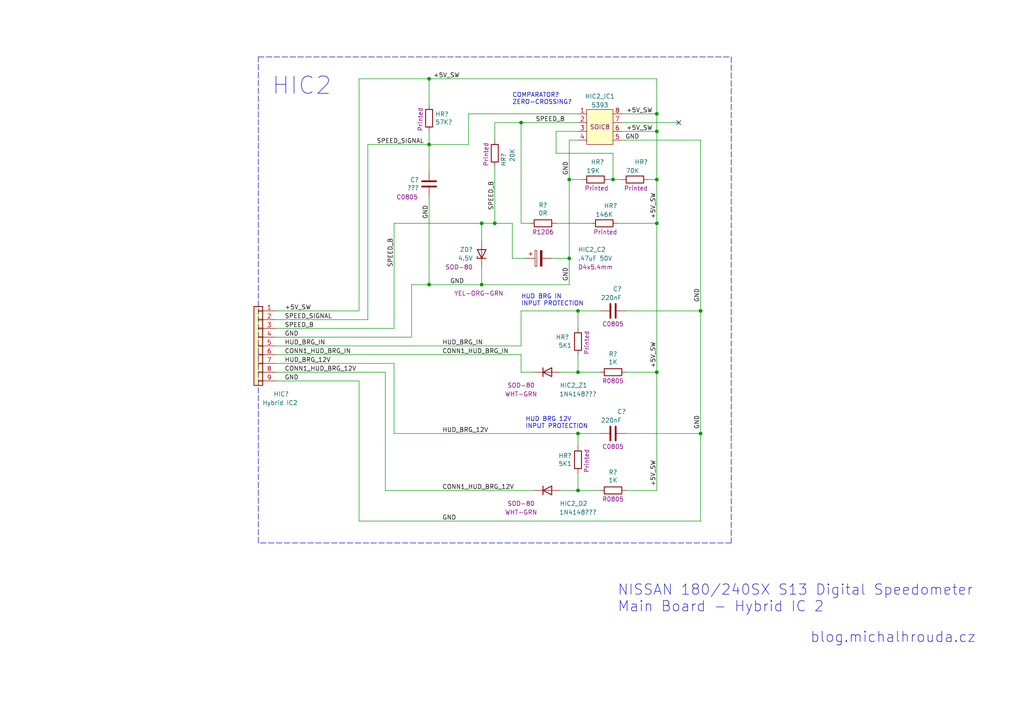
<source format=kicad_sch>
(kicad_sch (version 20250114) (generator "eeschema") (generator_version "9.0")
  (paper "A4")
  (title_block (date "2026-01-31") (rev "REV3"))
  (lib_symbols
    (symbol "200sx-digi-dash-rescue:C_Polarized-Device" (pin_numbers (hide yes)) (pin_names (offset 0.254))
      (property "Reference" "C" (at 0.635 2.54 0))
      (property "Value" "C_Polarized-Device" (at 0.635 -2.54 0))
      (symbol "C_Polarized-Device_0_1"
        (rectangle (start -2.286 0.508) (end 2.286 1.016))
        (polyline (pts (xy -1.778 2.286) (xy -0.762 2.286)))
        (polyline (pts (xy -1.27 2.794) (xy -1.27 1.778)))
        (rectangle (start 2.286 -0.508) (end -2.286 -1.016) (fill (type outline)))
      )
      (symbol "C_Polarized-Device_1_1"
        (pin passive line (at 0 3.81 270) (length 2.794) (name "~") (number "1"))
        (pin passive line (at 0 -3.81 90) (length 2.794) (name "~") (number "2"))
      )
    )
    (symbol "Connector_Generic:Conn_01x09" (pin_names (offset 1.016) (hide yes))
      (property "Reference" "J" (at 0 12.7 0))
      (property "Value" "Conn_01x09" (at 0 -12.7 0))
      (symbol "Conn_01x09_1_1"
        (rectangle (start -1.27 11.43) (end 1.27 -11.43) (stroke (width 0.254)) (fill (type background)))
        (rectangle (start -1.27 10.287) (end 0 10.033) (stroke (width 0.1524)))
        (rectangle (start -1.27 7.747) (end 0 7.493) (stroke (width 0.1524)))
        (rectangle (start -1.27 5.207) (end 0 4.953) (stroke (width 0.1524)))
        (rectangle (start -1.27 2.667) (end 0 2.413) (stroke (width 0.1524)))
        (rectangle (start -1.27 0.127) (end 0 -0.127) (stroke (width 0.1524)))
        (rectangle (start -1.27 -2.413) (end 0 -2.667) (stroke (width 0.1524)))
        (rectangle (start -1.27 -4.953) (end 0 -5.207) (stroke (width 0.1524)))
        (rectangle (start -1.27 -7.493) (end 0 -7.747) (stroke (width 0.1524)))
        (rectangle (start -1.27 -10.033) (end 0 -10.287) (stroke (width 0.1524)))
        (pin passive line (at -5.08 10.16 0) (length 3.81) (name "Pin_1") (number "1"))
        (pin passive line (at -5.08 7.62 0) (length 3.81) (name "Pin_2") (number "2"))
        (pin passive line (at -5.08 5.08 0) (length 3.81) (name "Pin_3") (number "3"))
        (pin passive line (at -5.08 2.54 0) (length 3.81) (name "Pin_4") (number "4"))
        (pin passive line (at -5.08 0 0) (length 3.81) (name "Pin_5") (number "5"))
        (pin passive line (at -5.08 -2.54 0) (length 3.81) (name "Pin_6") (number "6"))
        (pin passive line (at -5.08 -5.08 0) (length 3.81) (name "Pin_7") (number "7"))
        (pin passive line (at -5.08 -7.62 0) (length 3.81) (name "Pin_8") (number "8"))
        (pin passive line (at -5.08 -10.16 0) (length 3.81) (name "Pin_9") (number "9"))
      )
    )
    (symbol "Device:C" (pin_numbers (hide yes)) (pin_names (offset 0.254))
      (property "Reference" "C" (at 0.635 2.54 0))
      (property "Value" "C" (at 0.635 -2.54 0))
      (symbol "C_0_1"
        (polyline (pts (xy -2.032 0.762) (xy 2.032 0.762)) (stroke (width 0.508)))
        (polyline (pts (xy -2.032 -0.762) (xy 2.032 -0.762)) (stroke (width 0.508)))
      )
      (symbol "C_1_1"
        (pin passive line (at 0 3.81 270) (length 2.794) (name "~") (number "1"))
        (pin passive line (at 0 -3.81 90) (length 2.794) (name "~") (number "2"))
      )
    )
    (symbol "Device:D" (pin_numbers (hide yes)) (pin_names (offset 1.016) (hide yes))
      (property "Reference" "D" (at 0 2.54 0))
      (property "Value" "D" (at 0 -2.54 0))
      (symbol "D_0_1"
        (polyline (pts (xy -1.27 1.27) (xy -1.27 -1.27)) (stroke (width 0.254)))
        (polyline (pts (xy 1.27 1.27) (xy 1.27 -1.27) (xy -1.27 0) (xy 1.27 1.27)) (stroke (width 0.254)))
        (polyline (pts (xy 1.27 0) (xy -1.27 0)))
      )
      (symbol "D_1_1"
        (pin passive line (at -3.81 0 0) (length 2.54) (name "K") (number "1"))
        (pin passive line (at 3.81 0 180) (length 2.54) (name "A") (number "2"))
      )
    )
    (symbol "Device:D_Zener" (pin_numbers (hide yes)) (pin_names (offset 1.016) (hide yes))
      (property "Reference" "D" (at 0 2.54 0))
      (property "Value" "D_Zener" (at 0 -2.54 0))
      (symbol "D_Zener_0_1"
        (polyline (pts (xy -1.27 -1.27) (xy -1.27 1.27) (xy -0.762 1.27)) (stroke (width 0.254)))
        (polyline (pts (xy 1.27 0) (xy -1.27 0)))
        (polyline (pts (xy 1.27 -1.27) (xy 1.27 1.27) (xy -1.27 0) (xy 1.27 -1.27)) (stroke (width 0.254)))
      )
      (symbol "D_Zener_1_1"
        (pin passive line (at -3.81 0 0) (length 2.54) (name "K") (number "1"))
        (pin passive line (at 3.81 0 180) (length 2.54) (name "A") (number "2"))
      )
    )
    (symbol "Device:R" (pin_numbers (hide yes)) (pin_names (offset 0))
      (property "Reference" "R" (at 2.032 0 90))
      (property "Value" "R" (at 0 0 90))
      (symbol "R_0_1"
        (rectangle (start -1.016 -2.54) (end 1.016 2.54) (stroke (width 0.254)))
      )
      (symbol "R_1_1"
        (pin passive line (at 0 3.81 270) (length 1.27) (name "~") (number "1"))
        (pin passive line (at 0 -3.81 90) (length 1.27) (name "~") (number "2"))
      )
    )
    (symbol "Nissan_200sx:5393" (pin_names (offset 1.016))
      (property "Reference" "IC" (at 0.635 10.795 0))
      (property "Value" "5393" (at 0.635 10.795 0))
      (symbol "5393_0_1"
        (rectangle (start -3.81 1.27) (end 3.81 -8.89) (fill (type background)))
      )
      (symbol "5393_1_1"
        (pin input line (at -6.35 0 0) (length 2.54) (name "~") (number "1"))
        (pin input line (at -6.35 -2.54 0) (length 2.54) (name "~") (number "2"))
        (pin input line (at -6.35 -5.08 0) (length 2.54) (name "~") (number "3"))
        (pin input line (at -6.35 -7.62 0) (length 2.54) (name "~") (number "4"))
        (pin input line (at 6.35 0 180) (length 2.54) (name "~") (number "8"))
        (pin input line (at 6.35 -2.54 180) (length 2.54) (name "~") (number "7"))
        (pin input line (at 6.35 -5.08 180) (length 2.54) (name "~") (number "6"))
        (pin input line (at 6.35 -7.62 180) (length 2.54) (name "~") (number "5"))
      )
    )
  )
  (text "COMPARATOR?\nZERO-CROSSING?" (at 148.59 30.48 0) (effects (font (size 1.27 1.27)) (justify left bottom)))
  (text "HUD BRG IN\nINPUT PROTECTION" (at 151.13 88.9 0) (effects (font (size 1.27 1.27)) (justify left bottom)))
  (text "blog.michalhrouda.cz" (at 234.95 186.69 0) (effects (font (size 2.9972 2.9972)) (justify left bottom)))
  (text "HUD BRG 12V \nINPUT PROTECTION" (at 152.4 124.46 0) (effects (font (size 1.27 1.27)) (justify left bottom)))
  (text "HIC2" (at 78.74 27.94 0) (effects (font (size 5.0038 5.0038)) (justify left bottom)))
  (text "NISSAN 180/240SX S13 Digital Speedometer\nMain Board - Hybrid IC 2" (at 179.07 177.8 0) (effects (font (size 2.9972 2.9972)) (justify left bottom)))
  (junction (at 124.46 22.86))
  (junction (at 167.64 90.17))
  (junction (at 165.1 52.07))
  (junction (at 167.64 107.95))
  (junction (at 151.13 35.56))
  (junction (at 139.7 64.77))
  (junction (at 203.2 125.73))
  (junction (at 124.46 82.55))
  (junction (at 167.64 125.73))
  (junction (at 124.46 41.91))
  (junction (at 177.8 52.07))
  (junction (at 139.7 82.55))
  (junction (at 203.2 90.17))
  (junction (at 167.64 142.24))
  (junction (at 190.5 107.95))
  (junction (at 190.5 64.77))
  (junction (at 143.51 64.77))
  (junction (at 190.5 38.1))
  (junction (at 190.5 52.07))
  (junction (at 190.5 33.02))
  (junction (at 165.1 74.93))
  (no_connect (at 196.85 35.56))
  (wire (pts (xy 167.64 95.25) (xy 167.64 90.17)))
  (wire (pts (xy 162.56 107.95) (xy 167.64 107.95)))
  (wire (pts (xy 80.01 110.49) (xy 104.14 110.49)))
  (wire (pts (xy 179.07 64.77) (xy 190.5 64.77)))
  (wire (pts (xy 80.01 107.95) (xy 111.76 107.95)))
  (wire (pts (xy 187.96 52.07) (xy 190.5 52.07)))
  (wire (pts (xy 165.1 74.93) (xy 160.02 74.93)))
  (wire (pts (xy 165.1 74.93) (xy 165.1 82.55)))
  (wire (pts (xy 139.7 77.47) (xy 139.7 82.55)))
  (wire (pts (xy 111.76 107.95) (xy 111.76 142.24)))
  (wire (pts (xy 151.13 35.56) (xy 167.64 35.56)))
  (wire (pts (xy 114.3 125.73) (xy 167.64 125.73)))
  (wire (pts (xy 177.8 44.45) (xy 177.8 52.07)))
  (wire (pts (xy 167.64 142.24) (xy 173.99 142.24)))
  (wire (pts (xy 124.46 22.86) (xy 190.5 22.86)))
  (wire (pts (xy 139.7 82.55) (xy 165.1 82.55)))
  (wire (pts (xy 104.14 151.13) (xy 203.2 151.13)))
  (wire (pts (xy 190.5 107.95) (xy 190.5 142.24)))
  (wire (pts (xy 181.61 142.24) (xy 190.5 142.24)))
  (polyline (pts (xy 212.09 157.48) (xy 74.93 157.48)) (stroke (width 0) (type dash)))
  (wire (pts (xy 151.13 107.95) (xy 154.94 107.95)))
  (polyline (pts (xy 212.09 16.51) (xy 212.09 157.48)) (stroke (width 0) (type dash)))
  (wire (pts (xy 124.46 30.48) (xy 124.46 22.86)))
  (wire (pts (xy 167.64 125.73) (xy 173.99 125.73)))
  (wire (pts (xy 124.46 49.53) (xy 124.46 41.91)))
  (polyline (pts (xy 74.93 16.51) (xy 212.09 16.51)) (stroke (width 0) (type dash)))
  (wire (pts (xy 180.34 52.07) (xy 177.8 52.07)))
  (wire (pts (xy 104.14 22.86) (xy 124.46 22.86)))
  (wire (pts (xy 165.1 52.07) (xy 168.91 52.07)))
  (wire (pts (xy 124.46 82.55) (xy 124.46 57.15)))
  (wire (pts (xy 104.14 22.86) (xy 104.14 90.17)))
  (wire (pts (xy 167.64 137.16) (xy 167.64 142.24)))
  (wire (pts (xy 203.2 151.13) (xy 203.2 125.73)))
  (wire (pts (xy 124.46 41.91) (xy 135.89 41.91)))
  (wire (pts (xy 190.5 38.1) (xy 190.5 52.07)))
  (wire (pts (xy 80.01 95.25) (xy 114.3 95.25)))
  (wire (pts (xy 135.89 41.91) (xy 135.89 33.02)))
  (wire (pts (xy 80.01 92.71) (xy 106.68 92.71)))
  (wire (pts (xy 135.89 33.02) (xy 167.64 33.02)))
  (wire (pts (xy 181.61 125.73) (xy 203.2 125.73)))
  (wire (pts (xy 151.13 35.56) (xy 151.13 64.77)))
  (wire (pts (xy 80.01 97.79) (xy 119.38 97.79)))
  (wire (pts (xy 180.34 40.64) (xy 203.2 40.64)))
  (wire (pts (xy 161.29 64.77) (xy 171.45 64.77)))
  (wire (pts (xy 181.61 107.95) (xy 190.5 107.95)))
  (wire (pts (xy 143.51 64.77) (xy 148.59 64.77)))
  (wire (pts (xy 181.61 90.17) (xy 203.2 90.17)))
  (wire (pts (xy 190.5 64.77) (xy 190.5 107.95)))
  (wire (pts (xy 203.2 40.64) (xy 203.2 90.17)))
  (wire (pts (xy 143.51 35.56) (xy 143.51 40.64)))
  (wire (pts (xy 190.5 22.86) (xy 190.5 33.02)))
  (wire (pts (xy 167.64 90.17) (xy 173.99 90.17)))
  (wire (pts (xy 148.59 74.93) (xy 148.59 64.77)))
  (wire (pts (xy 80.01 100.33) (xy 151.13 100.33)))
  (wire (pts (xy 80.01 105.41) (xy 114.3 105.41)))
  (wire (pts (xy 203.2 90.17) (xy 203.2 125.73)))
  (wire (pts (xy 180.34 38.1) (xy 190.5 38.1)))
  (polyline (pts (xy 74.93 157.48) (xy 74.93 16.51)) (stroke (width 0) (type dash)))
  (wire (pts (xy 124.46 41.91) (xy 124.46 38.1)))
  (wire (pts (xy 114.3 125.73) (xy 114.3 105.41)))
  (wire (pts (xy 161.29 38.1) (xy 167.64 38.1)))
  (wire (pts (xy 165.1 40.64) (xy 167.64 40.64)))
  (wire (pts (xy 167.64 107.95) (xy 173.99 107.95)))
  (wire (pts (xy 143.51 35.56) (xy 151.13 35.56)))
  (wire (pts (xy 139.7 64.77) (xy 143.51 64.77)))
  (wire (pts (xy 151.13 102.87) (xy 151.13 107.95)))
  (wire (pts (xy 167.64 129.54) (xy 167.64 125.73)))
  (wire (pts (xy 177.8 52.07) (xy 176.53 52.07)))
  (wire (pts (xy 106.68 92.71) (xy 106.68 41.91)))
  (wire (pts (xy 139.7 69.85) (xy 139.7 64.77)))
  (wire (pts (xy 119.38 82.55) (xy 119.38 97.79)))
  (wire (pts (xy 152.4 74.93) (xy 148.59 74.93)))
  (wire (pts (xy 161.29 44.45) (xy 161.29 38.1)))
  (wire (pts (xy 80.01 90.17) (xy 104.14 90.17)))
  (wire (pts (xy 167.64 102.87) (xy 167.64 107.95)))
  (wire (pts (xy 119.38 82.55) (xy 124.46 82.55)))
  (wire (pts (xy 190.5 33.02) (xy 190.5 38.1)))
  (wire (pts (xy 80.01 102.87) (xy 151.13 102.87)))
  (wire (pts (xy 162.56 142.24) (xy 167.64 142.24)))
  (wire (pts (xy 153.67 64.77) (xy 151.13 64.77)))
  (wire (pts (xy 165.1 52.07) (xy 165.1 74.93)))
  (wire (pts (xy 180.34 33.02) (xy 190.5 33.02)))
  (wire (pts (xy 124.46 82.55) (xy 139.7 82.55)))
  (wire (pts (xy 114.3 64.77) (xy 139.7 64.77)))
  (wire (pts (xy 114.3 95.25) (xy 114.3 64.77)))
  (wire (pts (xy 196.85 35.56) (xy 180.34 35.56)))
  (wire (pts (xy 190.5 52.07) (xy 190.5 64.77)))
  (wire (pts (xy 165.1 40.64) (xy 165.1 52.07)))
  (wire (pts (xy 151.13 90.17) (xy 167.64 90.17)))
  (wire (pts (xy 111.76 142.24) (xy 154.94 142.24)))
  (wire (pts (xy 106.68 41.91) (xy 124.46 41.91)))
  (wire (pts (xy 151.13 100.33) (xy 151.13 90.17)))
  (wire (pts (xy 143.51 64.77) (xy 143.51 48.26)))
  (wire (pts (xy 177.8 44.45) (xy 161.29 44.45)))
  (wire (pts (xy 104.14 151.13) (xy 104.14 110.49)))
  (label "HUD_BRG_12V" (at 82.55 105.41 0))
  (label "CONN1_HUD_BRG_12V" (at 82.55 107.95 0))
  (label "SPEED_B" (at 114.3 77.47 90))
  (label "HUD_BRG_12V" (at 128.27 125.73 0))
  (label "GND" (at 165.1 50.8 90))
  (label "SPEED_B" (at 82.55 95.25 0))
  (label "SPEED_SIGNAL" (at 109.22 41.91 0))
  (label "+5V_SW" (at 190.5 99.06 270))
  (label "GND" (at 124.46 63.5 90))
  (label "HUD_BRG_IN" (at 82.55 100.33 0))
  (label "SPEED_SIGNAL" (at 82.55 92.71 0))
  (label "SPEED_B" (at 163.83 35.56 180))
  (label "GND" (at 165.1 77.47 270))
  (label "+5V_SW" (at 190.5 133.35 270))
  (label "GND" (at 82.55 97.79 0))
  (label "GND" (at 203.2 124.46 90))
  (label "GND" (at 134.62 82.55 180))
  (label "GND" (at 203.2 87.63 90))
  (label "+5V_SW" (at 181.61 38.1 0))
  (label "+5V_SW" (at 133.35 22.86 180))
  (label "GND" (at 82.55 110.49 0))
  (label "GND" (at 185.42 40.64 180))
  (label "HUD_BRG_IN" (at 128.27 100.33 0))
  (label "+5V_SW" (at 82.55 90.17 0))
  (label "SPEED_B" (at 143.51 60.96 90))
  (label "CONN1_HUD_BRG_IN" (at 128.27 102.87 0))
  (label "GND" (at 128.27 151.13 0))
  (label "+5V_SW" (at 181.61 33.02 0))
  (label "+5V_SW" (at 190.5 63.5 90))
  (label "CONN1_HUD_BRG_IN" (at 82.55 102.87 0))
  (label "CONN1_HUD_BRG_12V" (at 128.27 142.24 0))
  (symbol (lib_id "Device:R") (at 177.8 142.24 270) (unit 1)
    (property "Reference" "HIC2_R10" (at 177.8 136.9822 90))
    (property "Value" "1K" (at 177.8 139.2936 90))
    (property "Package" "R0805" (at 177.8 144.78 90))
    (instances (project "" (path "" (reference "R?") (unit 1)) (path "" (reference "HIC2_R10") (unit 1))))
  )
  (symbol (lib_id "Device:C") (at 177.8 125.73 270) (unit 1)
    (property "Reference" "HIC2_C4" (at 181.61 119.38 90) (effects (justify right)))
    (property "Value" "220nF" (at 180.34 121.92 90) (effects (justify right)))
    (property "Package" "C0805" (at 177.8 129.54 90))
    (instances (project "" (path "" (reference "C?") (unit 1)) (path "" (reference "HIC2_C4") (unit 1))))
  )
  (symbol (lib_id "Device:R") (at 177.8 107.95 270) (unit 1)
    (property "Reference" "HIC2_R9" (at 177.8 102.6922 90))
    (property "Value" "1K" (at 177.8 105.0036 90))
    (property "Package" "R0805" (at 177.8 110.49 90))
    (instances (project "" (path "" (reference "R?") (unit 1)) (path "" (reference "HIC2_R9") (unit 1))))
  )
  (symbol (lib_id "Device:C") (at 177.8 90.17 270) (unit 1)
    (property "Reference" "HIC2_C3" (at 180.34 83.82 90) (effects (justify right)))
    (property "Value" "220nF" (at 180.34 86.36 90) (effects (justify right)))
    (property "Package" "C0805" (at 177.8 93.98 90))
    (instances (project "" (path "" (reference "C?") (unit 1)) (path "" (reference "HIC2_C3") (unit 1))))
  )
  (symbol (lib_id "Device:R") (at 167.64 133.35 0) (mirror y) (unit 1)
    (property "Reference" "HIC2_R6" (at 165.862 132.1816 0) (effects (justify left)))
    (property "Value" "5K1" (at 165.862 134.493 0) (effects (justify left)))
    (property "Package" "Printed" (at 170.18 137.16 90) (effects (justify left)))
    (instances (project "" (path "" (reference "HR?") (unit 1)) (path "" (reference "HR?") (unit 1)) (path "" (reference "HIC2_R6") (unit 1))))
  )
  (symbol (lib_id "Device:R") (at 167.64 99.06 0) (mirror y) (unit 1)
    (property "Reference" "HIC2_R5" (at 165.1 97.79 0) (effects (justify left)))
    (property "Value" "5K1" (at 165.862 100.203 0) (effects (justify left)))
    (property "Package" "Printed" (at 170.18 102.87 90) (effects (justify left)))
    (instances (project "" (path "" (reference "HR?") (unit 1)) (path "" (reference "HR?") (unit 1)) (path "" (reference "HIC2_R5") (unit 1))))
  )
  (symbol (lib_id "Connector_Generic:Conn_01x09") (at 74.93 100.33 0) (mirror y) (unit 1)
    (property "Reference" "HIC2B" (at 83.82 114.3 0) (effects (justify left)))
    (property "Value" "Hybrid IC2" (at 86.36 116.84 0) (effects (justify left)))
    (instances (project "" (path "" (reference "HIC?") (unit 1)) (path "" (reference "HIC2B") (unit 1))))
  )
  (symbol (lib_id "Device:C") (at 124.46 53.34 0) (unit 1)
    (property "Reference" "HIC2_C1" (at 121.539 52.1716 0) (effects (justify right)))
    (property "Value" "???" (at 121.539 54.483 0) (effects (justify right)))
    (property "Package" "C0805" (at 118.11 57.15 0))
    (instances (project "" (path "" (reference "C?") (unit 1)) (path "" (reference "HIC2_C1") (unit 1))))
  )
  (symbol (lib_id "Device:R") (at 124.46 34.29 0) (unit 1)
    (property "Reference" "HIC2_R1" (at 126.238 33.1216 0) (effects (justify left)))
    (property "Value" "57K?" (at 126.238 35.433 0) (effects (justify left)))
    (property "Package" "Printed" (at 121.92 38.1 90) (effects (justify left)))
    (instances (project "" (path "" (reference "HR?") (unit 1)) (path "" (reference "HR?") (unit 1)) (path "" (reference "HIC2_R1") (unit 1))))
  )
  (symbol (lib_id "Device:R") (at 143.51 44.45 0) (unit 1)
    (property "Reference" "HIC2_R2" (at 146.05 48.26 90) (effects (justify left)))
    (property "Value" "20K" (at 148.59 46.99 90) (effects (justify left)))
    (property "Package" "Printed" (at 140.97 48.26 90) (effects (justify left)))
    (instances (project "" (path "" (reference "HR?") (unit 1)) (path "" (reference "HR?") (unit 1)) (path "" (reference "HIC2_R2") (unit 1))))
  )
  (symbol (lib_id "Device:D_Zener") (at 139.7 73.66 90) (unit 1)
    (property "Reference" "HIC2_ZD1" (at 137.16 72.39 90) (effects (justify left)))
    (property "Value" "4.5V" (at 137.16 74.93 90) (effects (justify left)))
    (property "Package" "SOD-80" (at 137.16 77.47 90) (effects (justify left)))
    (property "Marking" "YEL-ORG-GRN" (at 146.05 85.09 90) (effects (justify left)))
    (instances (project "" (path "" (reference "ZD?") (unit 1)) (path "" (reference "ZD?") (unit 1)) (path "" (reference "HIC2_ZD1") (unit 1))))
  )
  (symbol (lib_id "200sx-digi-dash-rescue:C_Polarized-Device") (at 156.21 74.93 90) (mirror x) (unit 1)
    (property "Reference" "HIC2_C2" (at 167.64 72.39 90) (effects (justify right)))
    (property "Value" ".47uF 50V" (at 167.64 74.93 90) (effects (justify right)))
    (property "Package" "D4x5.4mm" (at 167.64 77.47 90) (effects (justify right)))
    (instances (project "" (path "" (reference "HIC2_C2") (unit 1)) (path "" (reference "C?") (unit 1)) (path "" (reference "HIC2_C2") (unit 1))))
  )
  (symbol (lib_id "Device:R") (at 157.48 64.77 270) (unit 1)
    (property "Reference" "HIC2_R3" (at 157.48 59.5122 90))
    (property "Value" "0R" (at 157.48 61.8236 90))
    (property "Package" "R1206" (at 157.48 67.31 90))
    (instances (project "" (path "" (reference "R?") (unit 1)) (path "" (reference "HIC2_R3") (unit 1))))
  )
  (symbol (lib_id "Nissan_200sx:5393") (at 173.99 33.02 0) (unit 1)
    (property "Reference" "HIC2_IC1" (at 173.99 27.94 0))
    (property "Value" "5393" (at 173.99 30.48 0))
    (property "Packag" "SOIC8" (at 173.99 36.83 0))
  )
  (symbol (lib_id "Device:R") (at 175.26 64.77 90) (unit 1)
    (property "Reference" "HIC2_R7" (at 179.07 59.69 90) (effects (justify left)))
    (property "Value" "146K" (at 177.8 62.23 90) (effects (justify left)))
    (property "Package" "Printed" (at 179.07 67.31 90) (effects (justify left)))
    (instances (project "" (path "" (reference "HR?") (unit 1)) (path "" (reference "HR?") (unit 1)) (path "" (reference "HIC2_R7") (unit 1))))
  )
  (symbol (lib_id "Device:R") (at 184.15 52.07 90) (unit 1)
    (property "Reference" "HIC2_R8" (at 187.96 46.99 90) (effects (justify left)))
    (property "Value" "70K" (at 185.42 49.53 90) (effects (justify left)))
    (property "Package" "Printed" (at 187.96 54.61 90) (effects (justify left)))
    (instances (project "" (path "" (reference "HR?") (unit 1)) (path "" (reference "HR?") (unit 1)) (path "" (reference "HIC2_R8") (unit 1))))
  )
  (symbol (lib_id "Device:R") (at 172.72 52.07 90) (unit 1)
    (property "Reference" "HIC2_R4" (at 175.26 46.99 90) (effects (justify left)))
    (property "Value" "19K" (at 173.99 49.53 90) (effects (justify left)))
    (property "Package" "Printed" (at 176.53 54.61 90) (effects (justify left)))
    (instances (project "" (path "" (reference "HR?") (unit 1)) (path "" (reference "HR?") (unit 1)) (path "" (reference "HIC2_R4") (unit 1))))
  )
  (symbol (lib_id "Device:D") (at 158.75 107.95 0) (unit 1)
    (property "Reference" "HIC2_Z1" (at 166.37 111.76 0))
    (property "Value" "1N4148???" (at 167.64 114.3 0))
    (property "Package" "SOD-80" (at 151.13 111.76 0))
    (property "Marking" "WHT-GRN" (at 151.13 114.3 0))
  )
  (symbol (lib_id "Device:D") (at 158.75 142.24 0) (unit 1)
    (property "Reference" "HIC2_D2" (at 166.37 146.05 0))
    (property "Value" "1N4148???" (at 167.64 148.59 0))
    (property "Package" "SOD-80" (at 151.13 146.05 0))
    (property "Marking" "WHT-GRN" (at 151.13 148.59 0))
  )
)
</source>
